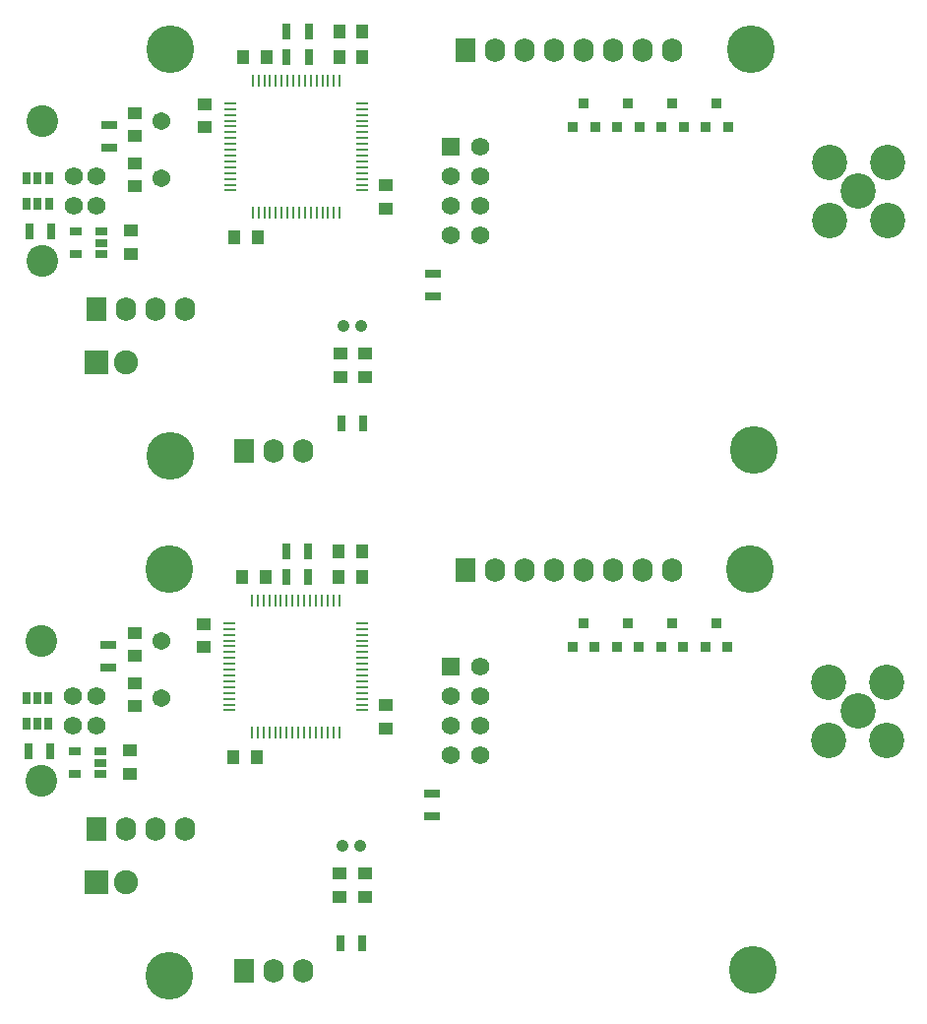
<source format=gbs>
G04 #@! TF.FileFunction,Soldermask,Bot*
%FSLAX46Y46*%
G04 Gerber Fmt 4.6, Leading zero omitted, Abs format (unit mm)*
G04 Created by KiCad (PCBNEW 4.0.4-stable) date Mon Oct 10 23:42:20 2016*
%MOMM*%
%LPD*%
G01*
G04 APERTURE LIST*
%ADD10C,0.100000*%
%ADD11R,1.340000X0.740000*%
%ADD12R,0.740000X1.340000*%
%ADD13R,2.072000X2.072000*%
%ADD14O,2.072000X2.072000*%
%ADD15C,4.104000*%
%ADD16C,1.040760*%
%ADD17C,1.541140*%
%ADD18R,1.100000X0.690000*%
%ADD19R,0.690000X1.100000*%
%ADD20R,0.840100X0.840100*%
%ADD21R,1.767200X2.072000*%
%ADD22O,1.767200X2.072000*%
%ADD23C,1.564000*%
%ADD24C,2.740020*%
%ADD25R,1.564000X1.564000*%
%ADD26C,3.040000*%
%ADD27R,1.290000X1.040000*%
%ADD28R,1.040000X1.290000*%
%ADD29R,1.040000X0.290000*%
%ADD30R,0.290000X1.040000*%
G04 APERTURE END LIST*
D10*
D11*
X63055500Y-89093000D03*
X63055500Y-90993000D03*
D12*
X55184000Y-101917500D03*
X57084000Y-101917500D03*
D13*
X34163000Y-96710500D03*
D14*
X36703000Y-96710500D03*
D15*
X90678000Y-104203500D03*
X40433000Y-104738500D03*
X90433000Y-69738500D03*
X40433000Y-69738500D03*
D16*
X56883300Y-93535500D03*
X55384700Y-93535500D03*
D17*
X39751000Y-75981560D03*
X39751000Y-80863440D03*
D18*
X34564500Y-85473500D03*
X34564500Y-86423500D03*
X34564500Y-87373500D03*
X32364500Y-87373500D03*
X32364500Y-85473500D03*
D19*
X30033000Y-83078500D03*
X29083000Y-83078500D03*
X28133000Y-83078500D03*
X28133000Y-80878500D03*
X30033000Y-80878500D03*
X29083000Y-80878500D03*
D12*
X30223500Y-85407500D03*
X28323500Y-85407500D03*
D11*
X35242500Y-78229500D03*
X35242500Y-76329500D03*
D12*
X50485000Y-68262500D03*
X52385000Y-68262500D03*
X52385000Y-70421500D03*
X50485000Y-70421500D03*
D20*
X88453000Y-76438760D03*
X86553000Y-76438760D03*
X87503000Y-74439780D03*
X84643000Y-76438760D03*
X82743000Y-76438760D03*
X83693000Y-74439780D03*
X80833000Y-76438760D03*
X78933000Y-76438760D03*
X79883000Y-74439780D03*
X77023000Y-76438760D03*
X75123000Y-76438760D03*
X76073000Y-74439780D03*
D21*
X65913000Y-69850000D03*
D22*
X68453000Y-69850000D03*
X70993000Y-69850000D03*
X73533000Y-69850000D03*
X76073000Y-69850000D03*
X78613000Y-69850000D03*
X81153000Y-69850000D03*
X83693000Y-69850000D03*
D23*
X34163000Y-80708500D03*
X34163000Y-83248500D03*
X32164020Y-83248500D03*
X32164020Y-80708500D03*
D24*
X29464000Y-75979020D03*
X29464000Y-87977980D03*
D25*
X64643000Y-78168500D03*
D23*
X67183000Y-78168500D03*
X64643000Y-80708500D03*
X67183000Y-80708500D03*
X64643000Y-83248500D03*
X67183000Y-83248500D03*
X64643000Y-85788500D03*
X67183000Y-85788500D03*
D26*
X97183000Y-84478500D03*
X97183000Y-79478500D03*
X99683000Y-81978500D03*
X102183000Y-79478500D03*
X102183000Y-84478500D03*
D21*
X46863000Y-104330500D03*
D22*
X49403000Y-104330500D03*
X51943000Y-104330500D03*
D21*
X34163000Y-92138500D03*
D22*
X36703000Y-92138500D03*
X39243000Y-92138500D03*
X41783000Y-92138500D03*
D27*
X55118000Y-95964500D03*
X55118000Y-97964500D03*
X37084000Y-87360000D03*
X37084000Y-85360000D03*
D28*
X55007000Y-68262500D03*
X57007000Y-68262500D03*
D27*
X59055000Y-83486500D03*
X59055000Y-81486500D03*
X57277000Y-95964500D03*
X57277000Y-97964500D03*
X37465000Y-75263500D03*
X37465000Y-77263500D03*
X37465000Y-81581500D03*
X37465000Y-79581500D03*
D28*
X45990000Y-85915500D03*
X47990000Y-85915500D03*
X57007000Y-70421500D03*
X55007000Y-70421500D03*
X48752000Y-70421500D03*
X46752000Y-70421500D03*
D27*
X43434000Y-74501500D03*
X43434000Y-76501500D03*
D29*
X45608000Y-81918500D03*
X45608000Y-81418500D03*
X45608000Y-80918500D03*
X45608000Y-80418500D03*
X45608000Y-79918500D03*
X45608000Y-79418500D03*
X45608000Y-78918500D03*
X45608000Y-78418500D03*
X45608000Y-77918500D03*
X45608000Y-77418500D03*
X45608000Y-76918500D03*
X45608000Y-76418500D03*
X45608000Y-75918500D03*
X45608000Y-75418500D03*
X45608000Y-74918500D03*
X45608000Y-74418500D03*
D30*
X47558000Y-72468500D03*
X48058000Y-72468500D03*
X48558000Y-72468500D03*
X49058000Y-72468500D03*
X49558000Y-72468500D03*
X50058000Y-72468500D03*
X50558000Y-72468500D03*
X51058000Y-72468500D03*
X51558000Y-72468500D03*
X52058000Y-72468500D03*
X52558000Y-72468500D03*
X53058000Y-72468500D03*
X53558000Y-72468500D03*
X54058000Y-72468500D03*
X54558000Y-72468500D03*
X55058000Y-72468500D03*
D29*
X57008000Y-74418500D03*
X57008000Y-74918500D03*
X57008000Y-75418500D03*
X57008000Y-75918500D03*
X57008000Y-76418500D03*
X57008000Y-76918500D03*
X57008000Y-77418500D03*
X57008000Y-77918500D03*
X57008000Y-78418500D03*
X57008000Y-78918500D03*
X57008000Y-79418500D03*
X57008000Y-79918500D03*
X57008000Y-80418500D03*
X57008000Y-80918500D03*
X57008000Y-81418500D03*
X57008000Y-81918500D03*
D30*
X55058000Y-83868500D03*
X54558000Y-83868500D03*
X54058000Y-83868500D03*
X53558000Y-83868500D03*
X53058000Y-83868500D03*
X52558000Y-83868500D03*
X52058000Y-83868500D03*
X51558000Y-83868500D03*
X51058000Y-83868500D03*
X50558000Y-83868500D03*
X50058000Y-83868500D03*
X49558000Y-83868500D03*
X49058000Y-83868500D03*
X48558000Y-83868500D03*
X48058000Y-83868500D03*
X47558000Y-83868500D03*
D29*
X45671500Y-37214500D03*
X45671500Y-36714500D03*
X45671500Y-36214500D03*
X45671500Y-35714500D03*
X45671500Y-35214500D03*
X45671500Y-34714500D03*
X45671500Y-34214500D03*
X45671500Y-33714500D03*
X45671500Y-33214500D03*
X45671500Y-32714500D03*
X45671500Y-32214500D03*
X45671500Y-31714500D03*
X45671500Y-31214500D03*
X45671500Y-30714500D03*
X45671500Y-30214500D03*
X45671500Y-29714500D03*
D30*
X47621500Y-27764500D03*
X48121500Y-27764500D03*
X48621500Y-27764500D03*
X49121500Y-27764500D03*
X49621500Y-27764500D03*
X50121500Y-27764500D03*
X50621500Y-27764500D03*
X51121500Y-27764500D03*
X51621500Y-27764500D03*
X52121500Y-27764500D03*
X52621500Y-27764500D03*
X53121500Y-27764500D03*
X53621500Y-27764500D03*
X54121500Y-27764500D03*
X54621500Y-27764500D03*
X55121500Y-27764500D03*
D29*
X57071500Y-29714500D03*
X57071500Y-30214500D03*
X57071500Y-30714500D03*
X57071500Y-31214500D03*
X57071500Y-31714500D03*
X57071500Y-32214500D03*
X57071500Y-32714500D03*
X57071500Y-33214500D03*
X57071500Y-33714500D03*
X57071500Y-34214500D03*
X57071500Y-34714500D03*
X57071500Y-35214500D03*
X57071500Y-35714500D03*
X57071500Y-36214500D03*
X57071500Y-36714500D03*
X57071500Y-37214500D03*
D30*
X55121500Y-39164500D03*
X54621500Y-39164500D03*
X54121500Y-39164500D03*
X53621500Y-39164500D03*
X53121500Y-39164500D03*
X52621500Y-39164500D03*
X52121500Y-39164500D03*
X51621500Y-39164500D03*
X51121500Y-39164500D03*
X50621500Y-39164500D03*
X50121500Y-39164500D03*
X49621500Y-39164500D03*
X49121500Y-39164500D03*
X48621500Y-39164500D03*
X48121500Y-39164500D03*
X47621500Y-39164500D03*
D27*
X43497500Y-29797500D03*
X43497500Y-31797500D03*
D28*
X48815500Y-25717500D03*
X46815500Y-25717500D03*
X57070500Y-25717500D03*
X55070500Y-25717500D03*
X46053500Y-41211500D03*
X48053500Y-41211500D03*
D27*
X37528500Y-36877500D03*
X37528500Y-34877500D03*
X37528500Y-30559500D03*
X37528500Y-32559500D03*
X57340500Y-51260500D03*
X57340500Y-53260500D03*
X59118500Y-38782500D03*
X59118500Y-36782500D03*
D28*
X55070500Y-23558500D03*
X57070500Y-23558500D03*
D27*
X37147500Y-42656000D03*
X37147500Y-40656000D03*
X55181500Y-51260500D03*
X55181500Y-53260500D03*
D21*
X34226500Y-47434500D03*
D22*
X36766500Y-47434500D03*
X39306500Y-47434500D03*
X41846500Y-47434500D03*
D21*
X46926500Y-59626500D03*
D22*
X49466500Y-59626500D03*
X52006500Y-59626500D03*
D25*
X64706500Y-33464500D03*
D23*
X67246500Y-33464500D03*
X64706500Y-36004500D03*
X67246500Y-36004500D03*
X64706500Y-38544500D03*
X67246500Y-38544500D03*
X64706500Y-41084500D03*
X67246500Y-41084500D03*
D26*
X97246500Y-39774500D03*
X97246500Y-34774500D03*
X99746500Y-37274500D03*
X102246500Y-34774500D03*
X102246500Y-39774500D03*
D23*
X34226500Y-36004500D03*
X34226500Y-38544500D03*
X32227520Y-38544500D03*
X32227520Y-36004500D03*
D24*
X29527500Y-31275020D03*
X29527500Y-43273980D03*
D21*
X65976500Y-25146000D03*
D22*
X68516500Y-25146000D03*
X71056500Y-25146000D03*
X73596500Y-25146000D03*
X76136500Y-25146000D03*
X78676500Y-25146000D03*
X81216500Y-25146000D03*
X83756500Y-25146000D03*
D20*
X77086500Y-31734760D03*
X75186500Y-31734760D03*
X76136500Y-29735780D03*
X80896500Y-31734760D03*
X78996500Y-31734760D03*
X79946500Y-29735780D03*
X84706500Y-31734760D03*
X82806500Y-31734760D03*
X83756500Y-29735780D03*
X88516500Y-31734760D03*
X86616500Y-31734760D03*
X87566500Y-29735780D03*
D12*
X52448500Y-25717500D03*
X50548500Y-25717500D03*
X50548500Y-23558500D03*
X52448500Y-23558500D03*
D11*
X35306000Y-33525500D03*
X35306000Y-31625500D03*
D12*
X30287000Y-40703500D03*
X28387000Y-40703500D03*
D19*
X30096500Y-38374500D03*
X29146500Y-38374500D03*
X28196500Y-38374500D03*
X28196500Y-36174500D03*
X30096500Y-36174500D03*
X29146500Y-36174500D03*
D18*
X34628000Y-40769500D03*
X34628000Y-41719500D03*
X34628000Y-42669500D03*
X32428000Y-42669500D03*
X32428000Y-40769500D03*
D17*
X39814500Y-31277560D03*
X39814500Y-36159440D03*
D16*
X56946800Y-48831500D03*
X55448200Y-48831500D03*
D15*
X40496500Y-25034500D03*
X90496500Y-25034500D03*
X40496500Y-60034500D03*
X90741500Y-59499500D03*
D13*
X34226500Y-52006500D03*
D14*
X36766500Y-52006500D03*
D12*
X55247500Y-57213500D03*
X57147500Y-57213500D03*
D11*
X63119000Y-44389000D03*
X63119000Y-46289000D03*
M02*

</source>
